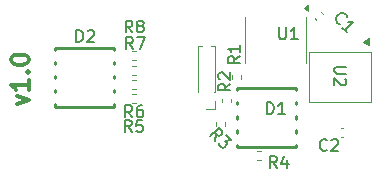
<source format=gbr>
%TF.GenerationSoftware,KiCad,Pcbnew,9.0.4*%
%TF.CreationDate,2025-12-16T21:44:14-08:00*%
%TF.ProjectId,Droplet,44726f70-6c65-4742-9e6b-696361645f70,rev?*%
%TF.SameCoordinates,Original*%
%TF.FileFunction,Legend,Top*%
%TF.FilePolarity,Positive*%
%FSLAX46Y46*%
G04 Gerber Fmt 4.6, Leading zero omitted, Abs format (unit mm)*
G04 Created by KiCad (PCBNEW 9.0.4) date 2025-12-16 21:44:14*
%MOMM*%
%LPD*%
G01*
G04 APERTURE LIST*
%ADD10C,0.300000*%
%ADD11C,0.150000*%
%ADD12C,0.120000*%
%ADD13C,0.250000*%
G04 APERTURE END LIST*
D10*
X95778028Y-36723146D02*
X96778028Y-36366003D01*
X96778028Y-36366003D02*
X95778028Y-36008860D01*
X96778028Y-34651717D02*
X96778028Y-35508860D01*
X96778028Y-35080289D02*
X95278028Y-35080289D01*
X95278028Y-35080289D02*
X95492314Y-35223146D01*
X95492314Y-35223146D02*
X95635171Y-35366003D01*
X95635171Y-35366003D02*
X95706600Y-35508860D01*
X96635171Y-34008861D02*
X96706600Y-33937432D01*
X96706600Y-33937432D02*
X96778028Y-34008861D01*
X96778028Y-34008861D02*
X96706600Y-34080289D01*
X96706600Y-34080289D02*
X96635171Y-34008861D01*
X96635171Y-34008861D02*
X96778028Y-34008861D01*
X95278028Y-33008860D02*
X95278028Y-32866003D01*
X95278028Y-32866003D02*
X95349457Y-32723146D01*
X95349457Y-32723146D02*
X95420885Y-32651718D01*
X95420885Y-32651718D02*
X95563742Y-32580289D01*
X95563742Y-32580289D02*
X95849457Y-32508860D01*
X95849457Y-32508860D02*
X96206600Y-32508860D01*
X96206600Y-32508860D02*
X96492314Y-32580289D01*
X96492314Y-32580289D02*
X96635171Y-32651718D01*
X96635171Y-32651718D02*
X96706600Y-32723146D01*
X96706600Y-32723146D02*
X96778028Y-32866003D01*
X96778028Y-32866003D02*
X96778028Y-33008860D01*
X96778028Y-33008860D02*
X96706600Y-33151718D01*
X96706600Y-33151718D02*
X96635171Y-33223146D01*
X96635171Y-33223146D02*
X96492314Y-33294575D01*
X96492314Y-33294575D02*
X96206600Y-33366003D01*
X96206600Y-33366003D02*
X95849457Y-33366003D01*
X95849457Y-33366003D02*
X95563742Y-33294575D01*
X95563742Y-33294575D02*
X95420885Y-33223146D01*
X95420885Y-33223146D02*
X95349457Y-33151718D01*
X95349457Y-33151718D02*
X95278028Y-33008860D01*
D11*
X105607950Y-32041860D02*
X105274617Y-31565669D01*
X105036522Y-32041860D02*
X105036522Y-31041860D01*
X105036522Y-31041860D02*
X105417474Y-31041860D01*
X105417474Y-31041860D02*
X105512712Y-31089479D01*
X105512712Y-31089479D02*
X105560331Y-31137098D01*
X105560331Y-31137098D02*
X105607950Y-31232336D01*
X105607950Y-31232336D02*
X105607950Y-31375193D01*
X105607950Y-31375193D02*
X105560331Y-31470431D01*
X105560331Y-31470431D02*
X105512712Y-31518050D01*
X105512712Y-31518050D02*
X105417474Y-31565669D01*
X105417474Y-31565669D02*
X105036522Y-31565669D01*
X105941284Y-31041860D02*
X106607950Y-31041860D01*
X106607950Y-31041860D02*
X106179379Y-32041860D01*
X117988095Y-30204819D02*
X117988095Y-31014342D01*
X117988095Y-31014342D02*
X118035714Y-31109580D01*
X118035714Y-31109580D02*
X118083333Y-31157200D01*
X118083333Y-31157200D02*
X118178571Y-31204819D01*
X118178571Y-31204819D02*
X118369047Y-31204819D01*
X118369047Y-31204819D02*
X118464285Y-31157200D01*
X118464285Y-31157200D02*
X118511904Y-31109580D01*
X118511904Y-31109580D02*
X118559523Y-31014342D01*
X118559523Y-31014342D02*
X118559523Y-30204819D01*
X119559523Y-31204819D02*
X118988095Y-31204819D01*
X119273809Y-31204819D02*
X119273809Y-30204819D01*
X119273809Y-30204819D02*
X119178571Y-30347676D01*
X119178571Y-30347676D02*
X119083333Y-30442914D01*
X119083333Y-30442914D02*
X118988095Y-30490533D01*
X116961905Y-37554819D02*
X116961905Y-36554819D01*
X116961905Y-36554819D02*
X117200000Y-36554819D01*
X117200000Y-36554819D02*
X117342857Y-36602438D01*
X117342857Y-36602438D02*
X117438095Y-36697676D01*
X117438095Y-36697676D02*
X117485714Y-36792914D01*
X117485714Y-36792914D02*
X117533333Y-36983390D01*
X117533333Y-36983390D02*
X117533333Y-37126247D01*
X117533333Y-37126247D02*
X117485714Y-37316723D01*
X117485714Y-37316723D02*
X117438095Y-37411961D01*
X117438095Y-37411961D02*
X117342857Y-37507200D01*
X117342857Y-37507200D02*
X117200000Y-37554819D01*
X117200000Y-37554819D02*
X116961905Y-37554819D01*
X118485714Y-37554819D02*
X117914286Y-37554819D01*
X118200000Y-37554819D02*
X118200000Y-36554819D01*
X118200000Y-36554819D02*
X118104762Y-36697676D01*
X118104762Y-36697676D02*
X118009524Y-36792914D01*
X118009524Y-36792914D02*
X117914286Y-36840533D01*
X113854819Y-34966666D02*
X113378628Y-35299999D01*
X113854819Y-35538094D02*
X112854819Y-35538094D01*
X112854819Y-35538094D02*
X112854819Y-35157142D01*
X112854819Y-35157142D02*
X112902438Y-35061904D01*
X112902438Y-35061904D02*
X112950057Y-35014285D01*
X112950057Y-35014285D02*
X113045295Y-34966666D01*
X113045295Y-34966666D02*
X113188152Y-34966666D01*
X113188152Y-34966666D02*
X113283390Y-35014285D01*
X113283390Y-35014285D02*
X113331009Y-35061904D01*
X113331009Y-35061904D02*
X113378628Y-35157142D01*
X113378628Y-35157142D02*
X113378628Y-35538094D01*
X112950057Y-34585713D02*
X112902438Y-34538094D01*
X112902438Y-34538094D02*
X112854819Y-34442856D01*
X112854819Y-34442856D02*
X112854819Y-34204761D01*
X112854819Y-34204761D02*
X112902438Y-34109523D01*
X112902438Y-34109523D02*
X112950057Y-34061904D01*
X112950057Y-34061904D02*
X113045295Y-34014285D01*
X113045295Y-34014285D02*
X113140533Y-34014285D01*
X113140533Y-34014285D02*
X113283390Y-34061904D01*
X113283390Y-34061904D02*
X113854819Y-34633332D01*
X113854819Y-34633332D02*
X113854819Y-34014285D01*
X105551617Y-37808937D02*
X105218284Y-37332746D01*
X104980189Y-37808937D02*
X104980189Y-36808937D01*
X104980189Y-36808937D02*
X105361141Y-36808937D01*
X105361141Y-36808937D02*
X105456379Y-36856556D01*
X105456379Y-36856556D02*
X105503998Y-36904175D01*
X105503998Y-36904175D02*
X105551617Y-36999413D01*
X105551617Y-36999413D02*
X105551617Y-37142270D01*
X105551617Y-37142270D02*
X105503998Y-37237508D01*
X105503998Y-37237508D02*
X105456379Y-37285127D01*
X105456379Y-37285127D02*
X105361141Y-37332746D01*
X105361141Y-37332746D02*
X104980189Y-37332746D01*
X106408760Y-36808937D02*
X106218284Y-36808937D01*
X106218284Y-36808937D02*
X106123046Y-36856556D01*
X106123046Y-36856556D02*
X106075427Y-36904175D01*
X106075427Y-36904175D02*
X105980189Y-37047032D01*
X105980189Y-37047032D02*
X105932570Y-37237508D01*
X105932570Y-37237508D02*
X105932570Y-37618460D01*
X105932570Y-37618460D02*
X105980189Y-37713698D01*
X105980189Y-37713698D02*
X106027808Y-37761318D01*
X106027808Y-37761318D02*
X106123046Y-37808937D01*
X106123046Y-37808937D02*
X106313522Y-37808937D01*
X106313522Y-37808937D02*
X106408760Y-37761318D01*
X106408760Y-37761318D02*
X106456379Y-37713698D01*
X106456379Y-37713698D02*
X106503998Y-37618460D01*
X106503998Y-37618460D02*
X106503998Y-37380365D01*
X106503998Y-37380365D02*
X106456379Y-37285127D01*
X106456379Y-37285127D02*
X106408760Y-37237508D01*
X106408760Y-37237508D02*
X106313522Y-37189889D01*
X106313522Y-37189889D02*
X106123046Y-37189889D01*
X106123046Y-37189889D02*
X106027808Y-37237508D01*
X106027808Y-37237508D02*
X105980189Y-37285127D01*
X105980189Y-37285127D02*
X105932570Y-37380365D01*
X105564793Y-30630019D02*
X105231460Y-30153828D01*
X104993365Y-30630019D02*
X104993365Y-29630019D01*
X104993365Y-29630019D02*
X105374317Y-29630019D01*
X105374317Y-29630019D02*
X105469555Y-29677638D01*
X105469555Y-29677638D02*
X105517174Y-29725257D01*
X105517174Y-29725257D02*
X105564793Y-29820495D01*
X105564793Y-29820495D02*
X105564793Y-29963352D01*
X105564793Y-29963352D02*
X105517174Y-30058590D01*
X105517174Y-30058590D02*
X105469555Y-30106209D01*
X105469555Y-30106209D02*
X105374317Y-30153828D01*
X105374317Y-30153828D02*
X104993365Y-30153828D01*
X106136222Y-30058590D02*
X106040984Y-30010971D01*
X106040984Y-30010971D02*
X105993365Y-29963352D01*
X105993365Y-29963352D02*
X105945746Y-29868114D01*
X105945746Y-29868114D02*
X105945746Y-29820495D01*
X105945746Y-29820495D02*
X105993365Y-29725257D01*
X105993365Y-29725257D02*
X106040984Y-29677638D01*
X106040984Y-29677638D02*
X106136222Y-29630019D01*
X106136222Y-29630019D02*
X106326698Y-29630019D01*
X106326698Y-29630019D02*
X106421936Y-29677638D01*
X106421936Y-29677638D02*
X106469555Y-29725257D01*
X106469555Y-29725257D02*
X106517174Y-29820495D01*
X106517174Y-29820495D02*
X106517174Y-29868114D01*
X106517174Y-29868114D02*
X106469555Y-29963352D01*
X106469555Y-29963352D02*
X106421936Y-30010971D01*
X106421936Y-30010971D02*
X106326698Y-30058590D01*
X106326698Y-30058590D02*
X106136222Y-30058590D01*
X106136222Y-30058590D02*
X106040984Y-30106209D01*
X106040984Y-30106209D02*
X105993365Y-30153828D01*
X105993365Y-30153828D02*
X105945746Y-30249066D01*
X105945746Y-30249066D02*
X105945746Y-30439542D01*
X105945746Y-30439542D02*
X105993365Y-30534780D01*
X105993365Y-30534780D02*
X106040984Y-30582400D01*
X106040984Y-30582400D02*
X106136222Y-30630019D01*
X106136222Y-30630019D02*
X106326698Y-30630019D01*
X106326698Y-30630019D02*
X106421936Y-30582400D01*
X106421936Y-30582400D02*
X106469555Y-30534780D01*
X106469555Y-30534780D02*
X106517174Y-30439542D01*
X106517174Y-30439542D02*
X106517174Y-30249066D01*
X106517174Y-30249066D02*
X106469555Y-30153828D01*
X106469555Y-30153828D02*
X106421936Y-30106209D01*
X106421936Y-30106209D02*
X106326698Y-30058590D01*
X112560543Y-39803754D02*
X112661558Y-39231335D01*
X112156482Y-39399693D02*
X112863589Y-38692587D01*
X112863589Y-38692587D02*
X113132963Y-38961961D01*
X113132963Y-38961961D02*
X113166635Y-39062976D01*
X113166635Y-39062976D02*
X113166635Y-39130319D01*
X113166635Y-39130319D02*
X113132963Y-39231335D01*
X113132963Y-39231335D02*
X113031948Y-39332350D01*
X113031948Y-39332350D02*
X112930932Y-39366022D01*
X112930932Y-39366022D02*
X112863589Y-39366022D01*
X112863589Y-39366022D02*
X112762574Y-39332350D01*
X112762574Y-39332350D02*
X112493200Y-39062976D01*
X113503352Y-39332350D02*
X113941085Y-39770083D01*
X113941085Y-39770083D02*
X113436009Y-39803754D01*
X113436009Y-39803754D02*
X113537024Y-39904770D01*
X113537024Y-39904770D02*
X113570696Y-40005785D01*
X113570696Y-40005785D02*
X113570696Y-40073128D01*
X113570696Y-40073128D02*
X113537024Y-40174144D01*
X113537024Y-40174144D02*
X113368665Y-40342502D01*
X113368665Y-40342502D02*
X113267650Y-40376174D01*
X113267650Y-40376174D02*
X113200306Y-40376174D01*
X113200306Y-40376174D02*
X113099291Y-40342502D01*
X113099291Y-40342502D02*
X112897261Y-40140472D01*
X112897261Y-40140472D02*
X112863589Y-40039457D01*
X112863589Y-40039457D02*
X112863589Y-39972113D01*
X123681004Y-33543091D02*
X122871481Y-33543091D01*
X122871481Y-33543091D02*
X122776243Y-33590710D01*
X122776243Y-33590710D02*
X122728624Y-33638329D01*
X122728624Y-33638329D02*
X122681004Y-33733567D01*
X122681004Y-33733567D02*
X122681004Y-33924043D01*
X122681004Y-33924043D02*
X122728624Y-34019281D01*
X122728624Y-34019281D02*
X122776243Y-34066900D01*
X122776243Y-34066900D02*
X122871481Y-34114519D01*
X122871481Y-34114519D02*
X123681004Y-34114519D01*
X123585766Y-34543091D02*
X123633385Y-34590710D01*
X123633385Y-34590710D02*
X123681004Y-34685948D01*
X123681004Y-34685948D02*
X123681004Y-34924043D01*
X123681004Y-34924043D02*
X123633385Y-35019281D01*
X123633385Y-35019281D02*
X123585766Y-35066900D01*
X123585766Y-35066900D02*
X123490528Y-35114519D01*
X123490528Y-35114519D02*
X123395290Y-35114519D01*
X123395290Y-35114519D02*
X123252433Y-35066900D01*
X123252433Y-35066900D02*
X122681004Y-34495472D01*
X122681004Y-34495472D02*
X122681004Y-35114519D01*
X105499332Y-39062819D02*
X105165999Y-38586628D01*
X104927904Y-39062819D02*
X104927904Y-38062819D01*
X104927904Y-38062819D02*
X105308856Y-38062819D01*
X105308856Y-38062819D02*
X105404094Y-38110438D01*
X105404094Y-38110438D02*
X105451713Y-38158057D01*
X105451713Y-38158057D02*
X105499332Y-38253295D01*
X105499332Y-38253295D02*
X105499332Y-38396152D01*
X105499332Y-38396152D02*
X105451713Y-38491390D01*
X105451713Y-38491390D02*
X105404094Y-38539009D01*
X105404094Y-38539009D02*
X105308856Y-38586628D01*
X105308856Y-38586628D02*
X104927904Y-38586628D01*
X106404094Y-38062819D02*
X105927904Y-38062819D01*
X105927904Y-38062819D02*
X105880285Y-38539009D01*
X105880285Y-38539009D02*
X105927904Y-38491390D01*
X105927904Y-38491390D02*
X106023142Y-38443771D01*
X106023142Y-38443771D02*
X106261237Y-38443771D01*
X106261237Y-38443771D02*
X106356475Y-38491390D01*
X106356475Y-38491390D02*
X106404094Y-38539009D01*
X106404094Y-38539009D02*
X106451713Y-38634247D01*
X106451713Y-38634247D02*
X106451713Y-38872342D01*
X106451713Y-38872342D02*
X106404094Y-38967580D01*
X106404094Y-38967580D02*
X106356475Y-39015200D01*
X106356475Y-39015200D02*
X106261237Y-39062819D01*
X106261237Y-39062819D02*
X106023142Y-39062819D01*
X106023142Y-39062819D02*
X105927904Y-39015200D01*
X105927904Y-39015200D02*
X105880285Y-38967580D01*
X123127887Y-29886411D02*
X123060543Y-29886411D01*
X123060543Y-29886411D02*
X122925856Y-29819067D01*
X122925856Y-29819067D02*
X122858513Y-29751724D01*
X122858513Y-29751724D02*
X122791169Y-29617037D01*
X122791169Y-29617037D02*
X122791169Y-29482350D01*
X122791169Y-29482350D02*
X122824841Y-29381335D01*
X122824841Y-29381335D02*
X122925856Y-29212976D01*
X122925856Y-29212976D02*
X123026871Y-29111961D01*
X123026871Y-29111961D02*
X123195230Y-29010945D01*
X123195230Y-29010945D02*
X123296245Y-28977274D01*
X123296245Y-28977274D02*
X123430932Y-28977274D01*
X123430932Y-28977274D02*
X123565619Y-29044617D01*
X123565619Y-29044617D02*
X123632963Y-29111961D01*
X123632963Y-29111961D02*
X123700306Y-29246648D01*
X123700306Y-29246648D02*
X123700306Y-29313991D01*
X123733978Y-30627189D02*
X123329917Y-30223128D01*
X123531948Y-30425159D02*
X124239054Y-29718052D01*
X124239054Y-29718052D02*
X124070696Y-29751724D01*
X124070696Y-29751724D02*
X123936009Y-29751724D01*
X123936009Y-29751724D02*
X123834993Y-29718052D01*
X100822105Y-31444019D02*
X100822105Y-30444019D01*
X100822105Y-30444019D02*
X101060200Y-30444019D01*
X101060200Y-30444019D02*
X101203057Y-30491638D01*
X101203057Y-30491638D02*
X101298295Y-30586876D01*
X101298295Y-30586876D02*
X101345914Y-30682114D01*
X101345914Y-30682114D02*
X101393533Y-30872590D01*
X101393533Y-30872590D02*
X101393533Y-31015447D01*
X101393533Y-31015447D02*
X101345914Y-31205923D01*
X101345914Y-31205923D02*
X101298295Y-31301161D01*
X101298295Y-31301161D02*
X101203057Y-31396400D01*
X101203057Y-31396400D02*
X101060200Y-31444019D01*
X101060200Y-31444019D02*
X100822105Y-31444019D01*
X101774486Y-30539257D02*
X101822105Y-30491638D01*
X101822105Y-30491638D02*
X101917343Y-30444019D01*
X101917343Y-30444019D02*
X102155438Y-30444019D01*
X102155438Y-30444019D02*
X102250676Y-30491638D01*
X102250676Y-30491638D02*
X102298295Y-30539257D01*
X102298295Y-30539257D02*
X102345914Y-30634495D01*
X102345914Y-30634495D02*
X102345914Y-30729733D01*
X102345914Y-30729733D02*
X102298295Y-30872590D01*
X102298295Y-30872590D02*
X101726867Y-31444019D01*
X101726867Y-31444019D02*
X102345914Y-31444019D01*
X114654819Y-32666666D02*
X114178628Y-32999999D01*
X114654819Y-33238094D02*
X113654819Y-33238094D01*
X113654819Y-33238094D02*
X113654819Y-32857142D01*
X113654819Y-32857142D02*
X113702438Y-32761904D01*
X113702438Y-32761904D02*
X113750057Y-32714285D01*
X113750057Y-32714285D02*
X113845295Y-32666666D01*
X113845295Y-32666666D02*
X113988152Y-32666666D01*
X113988152Y-32666666D02*
X114083390Y-32714285D01*
X114083390Y-32714285D02*
X114131009Y-32761904D01*
X114131009Y-32761904D02*
X114178628Y-32857142D01*
X114178628Y-32857142D02*
X114178628Y-33238094D01*
X114654819Y-31714285D02*
X114654819Y-32285713D01*
X114654819Y-31999999D02*
X113654819Y-31999999D01*
X113654819Y-31999999D02*
X113797676Y-32095237D01*
X113797676Y-32095237D02*
X113892914Y-32190475D01*
X113892914Y-32190475D02*
X113940533Y-32285713D01*
X122033333Y-40559580D02*
X121985714Y-40607200D01*
X121985714Y-40607200D02*
X121842857Y-40654819D01*
X121842857Y-40654819D02*
X121747619Y-40654819D01*
X121747619Y-40654819D02*
X121604762Y-40607200D01*
X121604762Y-40607200D02*
X121509524Y-40511961D01*
X121509524Y-40511961D02*
X121461905Y-40416723D01*
X121461905Y-40416723D02*
X121414286Y-40226247D01*
X121414286Y-40226247D02*
X121414286Y-40083390D01*
X121414286Y-40083390D02*
X121461905Y-39892914D01*
X121461905Y-39892914D02*
X121509524Y-39797676D01*
X121509524Y-39797676D02*
X121604762Y-39702438D01*
X121604762Y-39702438D02*
X121747619Y-39654819D01*
X121747619Y-39654819D02*
X121842857Y-39654819D01*
X121842857Y-39654819D02*
X121985714Y-39702438D01*
X121985714Y-39702438D02*
X122033333Y-39750057D01*
X122414286Y-39750057D02*
X122461905Y-39702438D01*
X122461905Y-39702438D02*
X122557143Y-39654819D01*
X122557143Y-39654819D02*
X122795238Y-39654819D01*
X122795238Y-39654819D02*
X122890476Y-39702438D01*
X122890476Y-39702438D02*
X122938095Y-39750057D01*
X122938095Y-39750057D02*
X122985714Y-39845295D01*
X122985714Y-39845295D02*
X122985714Y-39940533D01*
X122985714Y-39940533D02*
X122938095Y-40083390D01*
X122938095Y-40083390D02*
X122366667Y-40654819D01*
X122366667Y-40654819D02*
X122985714Y-40654819D01*
X117790933Y-42110819D02*
X117457600Y-41634628D01*
X117219505Y-42110819D02*
X117219505Y-41110819D01*
X117219505Y-41110819D02*
X117600457Y-41110819D01*
X117600457Y-41110819D02*
X117695695Y-41158438D01*
X117695695Y-41158438D02*
X117743314Y-41206057D01*
X117743314Y-41206057D02*
X117790933Y-41301295D01*
X117790933Y-41301295D02*
X117790933Y-41444152D01*
X117790933Y-41444152D02*
X117743314Y-41539390D01*
X117743314Y-41539390D02*
X117695695Y-41587009D01*
X117695695Y-41587009D02*
X117600457Y-41634628D01*
X117600457Y-41634628D02*
X117219505Y-41634628D01*
X118648076Y-41444152D02*
X118648076Y-42110819D01*
X118409981Y-41063200D02*
X118171886Y-41777485D01*
X118171886Y-41777485D02*
X118790933Y-41777485D01*
D12*
%TO.C,R7*%
X105570176Y-33442241D02*
X105877458Y-33442241D01*
X105570176Y-34202241D02*
X105877458Y-34202241D01*
%TO.C,J2*%
X111087825Y-35682001D02*
X111087825Y-31807001D01*
X111147260Y-35682001D02*
X111087825Y-35682001D01*
X111422795Y-31807001D02*
X111087825Y-31807001D01*
X112577825Y-31807001D02*
X112242855Y-31807001D01*
X112577825Y-35682001D02*
X112518390Y-35682001D01*
X112577825Y-35682001D02*
X112577825Y-31807001D01*
X112577825Y-36417001D02*
X112577825Y-37152001D01*
X112577825Y-37152001D02*
X111832825Y-37152001D01*
%TO.C,U1*%
X115114825Y-31242000D02*
X115114825Y-29292000D01*
X115114825Y-31242000D02*
X115114825Y-33192000D01*
X120234825Y-31242000D02*
X120234825Y-29292000D01*
X120234825Y-31242000D02*
X120234825Y-33192000D01*
X120469825Y-28782000D02*
X120139825Y-28542000D01*
X120469825Y-28302000D01*
X120469825Y-28782000D01*
G36*
X120469825Y-28782000D02*
G01*
X120139825Y-28542000D01*
X120469825Y-28302000D01*
X120469825Y-28782000D01*
G37*
D13*
%TO.C,D1*%
X114412824Y-35331498D02*
X114412824Y-35531498D01*
X114412824Y-36531498D02*
X114412824Y-36731498D01*
X114412824Y-37731498D02*
X114412824Y-37931498D01*
X114412824Y-38931498D02*
X114412824Y-39131498D01*
X114412824Y-40131498D02*
X114412824Y-40331498D01*
X114412824Y-40331498D02*
X119412824Y-40331498D01*
X119412824Y-35331498D02*
X114412824Y-35331498D01*
X119412824Y-35531498D02*
X119412824Y-35331498D01*
X119412824Y-36731498D02*
X119412824Y-36531498D01*
X119412824Y-37931498D02*
X119412824Y-37731498D01*
X119412824Y-39131498D02*
X119412824Y-38931498D01*
X119412824Y-40331498D02*
X119412824Y-40131498D01*
D12*
%TO.C,R2*%
X113120000Y-36246359D02*
X113120000Y-36553641D01*
X113880000Y-36246359D02*
X113880000Y-36553641D01*
%TO.C,R6*%
X105564643Y-34637318D02*
X105871925Y-34637318D01*
X105564643Y-35397318D02*
X105871925Y-35397318D01*
%TO.C,R8*%
X105575819Y-32233600D02*
X105883101Y-32233600D01*
X105575819Y-32993600D02*
X105883101Y-32993600D01*
%TO.C,R3*%
X112650000Y-38251159D02*
X112650000Y-38558441D01*
X113410000Y-38251159D02*
X113410000Y-38558441D01*
%TO.C,U2*%
X120535824Y-32302498D02*
X125735824Y-32302498D01*
X120535824Y-36502498D02*
X120535824Y-32302498D01*
X125735824Y-32302498D02*
X125735824Y-36502498D01*
X125735824Y-36502498D02*
X120535824Y-36502498D01*
X125635824Y-31702498D02*
X125135824Y-31402498D01*
X125635824Y-31102499D01*
X125635824Y-31702498D01*
G36*
X125635824Y-31702498D02*
G01*
X125135824Y-31402498D01*
X125635824Y-31102499D01*
X125635824Y-31702498D01*
G37*
%TO.C,R5*%
X105870440Y-35840400D02*
X105563158Y-35840400D01*
X105870440Y-36600400D02*
X105563158Y-36600400D01*
%TO.C,C1*%
X121004990Y-29413707D02*
X121157493Y-29566210D01*
X121514107Y-28904590D02*
X121666610Y-29057093D01*
D13*
%TO.C,D2*%
X99049200Y-31917000D02*
X99049200Y-32117000D01*
X99049200Y-33117000D02*
X99049200Y-33317000D01*
X99049200Y-34317000D02*
X99049200Y-34517000D01*
X99049200Y-35517000D02*
X99049200Y-35717000D01*
X99049200Y-36717000D02*
X99049200Y-36917000D01*
X99049200Y-36917000D02*
X104049200Y-36917000D01*
X104049200Y-31917000D02*
X99049200Y-31917000D01*
X104049200Y-32117000D02*
X104049200Y-31917000D01*
X104049200Y-33317000D02*
X104049200Y-33117000D01*
X104049200Y-34517000D02*
X104049200Y-34317000D01*
X104049200Y-35717000D02*
X104049200Y-35517000D01*
X104049200Y-36917000D02*
X104049200Y-36717000D01*
D12*
%TO.C,R1*%
X114020000Y-34553641D02*
X114020000Y-34246359D01*
X114780000Y-34553641D02*
X114780000Y-34246359D01*
%TO.C,C2*%
X123407836Y-38740000D02*
X123192164Y-38740000D01*
X123407836Y-39460000D02*
X123192164Y-39460000D01*
%TO.C,R4*%
X116434841Y-40666400D02*
X116127559Y-40666400D01*
X116434841Y-41426400D02*
X116127559Y-41426400D01*
%TD*%
M02*

</source>
